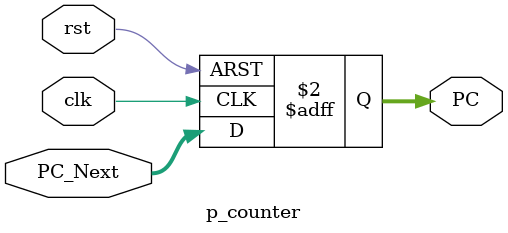
<source format=sv>
module p_counter (rst, clk,PC_Next,PC);
    input rst, clk;
    input [15:0] PC_Next;
    output reg [15:0] PC;
    

    always_ff @(posedge clk or posedge rst) 
        if (rst) PC <= 32'h0;
        else    PC = PC_Next;

endmodule


</source>
